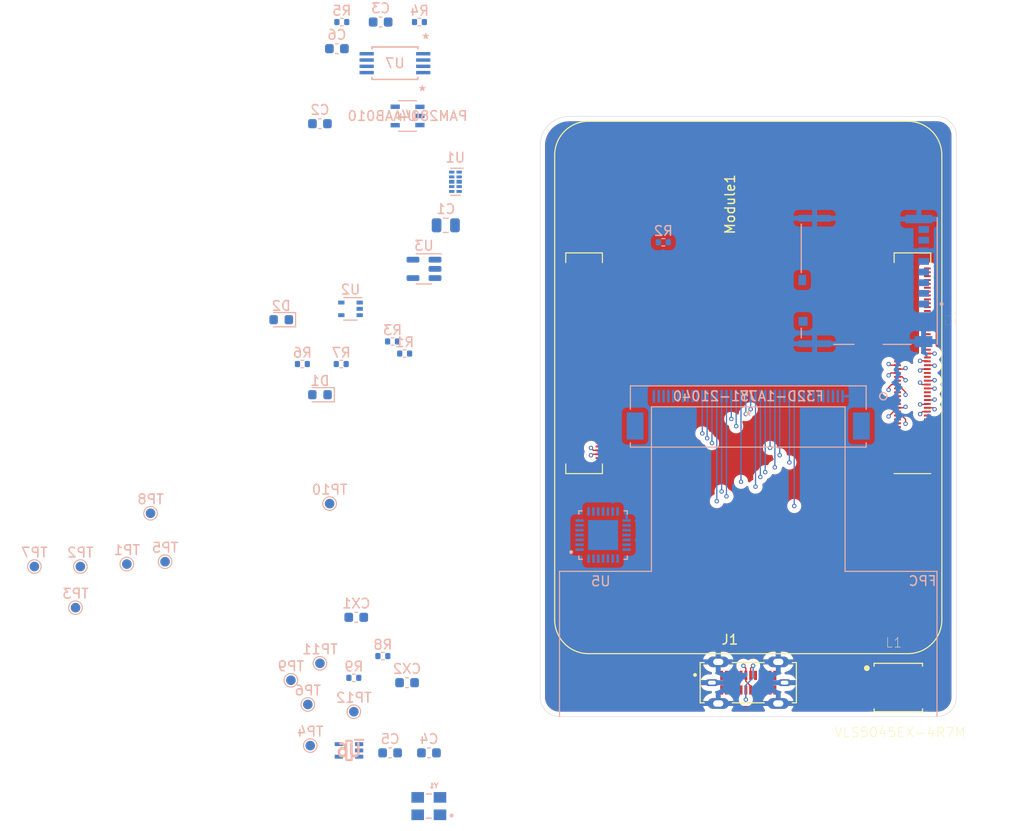
<source format=kicad_pcb>
(kicad_pcb (version 20211014) (generator pcbnew)
  (layers (0 "F.Cu" signal) (1 "In1.Cu" signal) (2 "In2.Cu" signal) (31 "B.Cu" signal) (34 "B.Paste" user) (35 "F.Paste" user) (36 "B.SilkS" user "B.Silkscreen") (37 "F.SilkS" user "F.Silkscreen") (38 "B.Mask" user) (39 "F.Mask" user) (44 "Edge.Cuts" user))
  (net 0 "")
  (net 1 "Net-(D1-Pad1)")
  (net 2 "Net-(D2-Pad1)")
  (net 4 "PI_nLED_Activity")
  (net 16 "USBD_P")
  (net 17 "USBD_N")
  (net 18 "/SD_PWR")
  (net 21 "SCL0")
  (net 22 "SDA0")
  (net 25 "TRD1_N")
  (net 26 "Net-(J1-PadA5)")
  (net 27 "Net-(J1-PadB5)")
  (net 28 "GPIO_VREF")
  (net 29 "SD_DAT2")
  (net 30 "SD_DAT3")
  (net 31 "SD_CMD")
  (net 32 "SD_CLK")
  (net 33 "SD_DAT0")
  (net 34 "SD_DAT1")
  (net 35 "TRD3_P")
  (net 36 "TRD3_N")
  (net 37 "TRD2_N")
  (net 38 "TRD2_P")
  (net 39 "TRD0_P")
  (net 40 "ETH_LEDY")
  (net 41 "ETH_LEDG")
  (net 42 "GPIO6")
  (net 43 "GPIO5")
  (net 44 "ID_SC")
  (net 45 "ID_SD")
  (net 46 "GPIO24")
  (net 47 "GPIO4")
  (net 48 "GPIO3")
  (net 49 "SD_PWR_ON")
  (net 51 "+1.8v")
  (net 52 "RUN_PG")
  (net 53 "AIN1")
  (net 54 "AIN0")
  (net 55 "/GLOBAL_EN")
  (net 56 "nEXTRST")
  (net 57 "USBOTG_ID")
  (net 58 "/PCIE_CLK_nREQ")
  (net 59 "USB2_N")
  (net 60 "USB2_P")
  (net 61 "/PCIE_nRST")
  (net 62 "/PCIE_CLK_P")
  (net 63 "/TV_OUT")
  (net 64 "/PCIE_CLK_N")
  (net 65 "/CAM1_D0_N")
  (net 66 "/PCIE_RX_P")
  (net 67 "/CAM1_D0_P")
  (net 68 "/PCIE_RX_N")
  (net 69 "/CAM1_D1_N")
  (net 70 "/PCIE_TX_P")
  (net 71 "/CAM1_D1_P")
  (net 72 "/PCIE_TX_N")
  (net 73 "/CAM1_C_N")
  (net 74 "/CAM0_D0_N")
  (net 75 "/CAM1_C_P")
  (net 76 "/CAM0_D0_P")
  (net 77 "/CAM1_D2_N")
  (net 78 "/CAM0_D1_N")
  (net 79 "/CAM1_D2_P")
  (net 80 "/CAM0_D1_P")
  (net 81 "/CAM1_D3_N")
  (net 82 "/CAM0_C_N")
  (net 83 "/CAM1_D3_P")
  (net 84 "/CAM0_C_P")
  (net 85 "/HDMI1_HOTPLUG")
  (net 86 "/HDMI1_SDA")
  (net 87 "/HDMI1_D2_P")
  (net 88 "/HDMI1_SCL")
  (net 89 "/HDMI1_D2_N")
  (net 90 "/HDMI1_CEC")
  (net 91 "/HDMI0_CEC")
  (net 92 "/HDMI1_D1_P")
  (net 93 "/HDMI0_HOTPLUG")
  (net 94 "/HDMI1_D1_N")
  (net 95 "/DSI0_D0_N")
  (net 96 "/HDMI1_D0_P")
  (net 97 "/DSI0_D0_P")
  (net 98 "/HDMI1_D0_N")
  (net 99 "/DSI0_D1_N")
  (net 100 "/HDMI1_CK_P")
  (net 101 "/DSI0_D1_P")
  (net 102 "/HDMI1_CK_N")
  (net 103 "/DSI0_C_N")
  (net 104 "/HDMI0_D2_P")
  (net 105 "/DSI0_C_P")
  (net 106 "/HDMI0_D2_N")
  (net 107 "/DSI1_D0_N")
  (net 108 "/HDMI0_D1_P")
  (net 109 "/DSI1_D0_P")
  (net 110 "/HDMI0_D1_N")
  (net 111 "/DSI1_D1_N")
  (net 112 "/HDMI0_D0_P")
  (net 113 "/DSI1_D1_P")
  (net 114 "/HDMI0_D0_N")
  (net 115 "/DSI1_C_N")
  (net 116 "/HDMI0_CK_P")
  (net 117 "/DSI1_C_P")
  (net 118 "/HDMI0_CK_N")
  (net 119 "/DSI1_D2_N")
  (net 120 "/DSI1_D3_N")
  (net 121 "/DSI1_D2_P")
  (net 122 "/DSI1_D3_P")
  (net 123 "/HDMI0_SDA")
  (net 124 "/HDMI0_SCL")
  (net 125 "Net-(R2-Pad2)")
  (net 126 "/nPWR_LED")
  (net 128 "+5V")
  (net 129 "/LED_A")
  (net 130 "Net-(CX1-Pad1)")
  (net 131 "GPIO_26_DAT_CMD")
  (net 132 "GPIO_07_!WRITE")
  (net 133 "GPIO_08_DB0")
  (net 134 "GPIO_09_DB1")
  (net 135 "GPIO_10_DB2")
  (net 136 "GPIO_11_DB3")
  (net 137 "GPIO_12_DB4")
  (net 138 "GPIO_13_DB5")
  (net 139 "GPIO_14_DB6")
  (net 140 "GPIO_15_DB7")
  (net 141 "GPIO_16_DB8")
  (net 142 "GPIO_17_DB9")
  (net 143 "GPIO_18_DB10")
  (net 144 "GPIO_19_DB11")
  (net 145 "GPIO_20_DB12")
  (net 146 "GPIO_21_DB13")
  (net 147 "GPIO_22_DB14")
  (net 148 "GPIO_23_DB15")
  (net 149 "GPIO_27_!RESET")
  (net 150 "GPIO_25_PWM")
  (net 153 "Net-(C4-Pad1)")
  (net 154 "Net-(C5-Pad1)")
  (net 158 "GPIO_02_USB_!RESET")
  (net 159 "/LED_K")
  (net 160 "Net-(L1-Pad1)")
  (net 172 "+3.3V")
  (net 175 "Net-(CX2-Pad1)")
  (net 186 "Net-(R9-Pad1)")
  (net 187 "Net-(TP6-Pad1)")
  (footprint "airball-hardware:MOLEX_2047110001" (layer "F.Cu") (at 21.5 58.5)
    (fp_text reference "J1")
    (fp_text value "2047110001")
  )
  (footprint "airball-hardware:IND_VLS5045EX-4R7M" (layer "F.Cu") (at 37 59)
    (fp_text reference "L1")
    (fp_text value "VLS5045EX-4R7M")
  )
  (footprint "CM4IO:Raspberry-Pi-4-Compute-Module" (layer "F.Cu") (at 38 4 180)
    (fp_text reference "Module1")
    (fp_text value "ComputeModule4")
  )
  (footprint "Resistor_SMD:R_0402_1005Metric" (layer "B.Cu") (at -14 24.5 180)
    (fp_text reference "R1")
    (fp_text value "1k")
  )
  (footprint "TestPoint:TestPoint_Pad_D1.0mm" (layer "B.Cu") (at -23.75 65 180)
    (fp_text reference "TP4")
    (fp_text value "TestPoint")
  )
  (footprint "Resistor_SMD:R_0402_1005Metric" (layer "B.Cu") (at -24.5629 25.58 180)
    (fp_text reference "R6")
    (fp_text value "5.1k")
  )
  (footprint "Resistor_SMD:R_0402_1005Metric" (layer "B.Cu") (at -12.47 -9.75 180)
    (fp_text reference "R4")
    (fp_text value "10k")
  )
  (footprint "TestPoint:TestPoint_Pad_D1.0mm" (layer "B.Cu") (at -42.7 46.25 180)
    (fp_text reference "TP1")
    (fp_text value "TestPoint")
  )
  (footprint "Capacitor_SMD:C_0603_1608Metric" (layer "B.Cu") (at -11.49 65.75 180)
    (fp_text reference "C4")
    (fp_text value "0.1 uF")
  )
  (footprint "airball-hardware:SOT65P210X110-5N" (layer "B.Cu") (at -19.75 65.5 180)
    (fp_text reference "U6")
    (fp_text value "NLVVHC1G04DFT1G" hide)
  )
  (footprint "Capacitor_SMD:C_0603_1608Metric" (layer "B.Cu") (at -22.75 0.75 180)
    (fp_text reference "C2")
    (fp_text value "10 uF")
  )
  (footprint "Capacitor_SMD:C_0603_1608Metric" (layer "B.Cu") (at -15.5 65.75 180)
    (fp_text reference "C5")
    (fp_text value "0.1 uF")
  )
  (footprint "Capacitor_SMD:C_0603_1608Metric" (layer "B.Cu") (at -13.75 58.5 180)
    (fp_text reference "CX2")
    (fp_text value "6 pF")
  )
  (footprint "airball-hardware:QFN50P500X500X100-29N" (layer "B.Cu") (at 6.5 43.25)
    (fp_text reference "U5")
    (fp_text value "USB2412-DZK")
  )
  (footprint "TestPoint:TestPoint_Pad_D1.0mm" (layer "B.Cu") (at -38.75 46 180)
    (fp_text reference "TP5")
    (fp_text value "TestPoint")
  )
  (footprint "Resistor_SMD:R_0402_1005Metric" (layer "B.Cu") (at -16.25 55.75 180)
    (fp_text reference "R8")
    (fp_text value "1 M")
  )
  (footprint "TestPoint:TestPoint_Pad_D1.0mm" (layer "B.Cu") (at -21.75 40 180)
    (fp_text reference "TP10")
    (fp_text value "TestPoint")
  )
  (footprint "airball-hardware:PAM2804AAB010" (layer "B.Cu") (at -13.698125 -0.0475 180)
    (fp_text reference "U4")
    (fp_text value "PAM2804AAB010")
  )
  (footprint "Package_TO_SOT_SMD:SOT-23-5" (layer "B.Cu") (at -12 15.75 180)
    (fp_text reference "U3")
    (fp_text value "RT9742GGJ5")
  )
  (footprint "Package_TO_SOT_SMD:SOT-353_SC-70-5" (layer "B.Cu") (at -19.5929 19.88 180)
    (fp_text reference "U2")
    (fp_text value "74LVC1G07SE-7")
  )
  (footprint "Resistor_SMD:R_0402_1005Metric" (layer "B.Cu") (at -20.5529 25.58 180)
    (fp_text reference "R7")
    (fp_text value "5.1k")
  )
  (footprint "Resistor_SMD:R_0402_1005Metric" (layer "B.Cu") (at -15.25 23.25 180)
    (fp_text reference "R3")
    (fp_text value "12K 1%")
  )
  (footprint "Capacitor_SMD:C_0603_1608Metric" (layer "B.Cu") (at -19 51.75 180)
    (fp_text reference "CX1")
    (fp_text value "6 pF")
  )
  (footprint "Package_SON:USON-10_2.5x1.0mm_P0.5mm" (layer "B.Cu") (at -8.75 6.75 180)
    (fp_text reference "U1")
    (fp_text value "TPD4EUSB30")
  )
  (footprint "LED_SMD:LED_0603_1608Metric" (layer "B.Cu") (at -26.75 21 180)
    (fp_text reference "D2")
    (fp_text value "LED Red")
  )
  (footprint "TestPoint:TestPoint_Pad_D1.0mm" (layer "B.Cu") (at -22.75 56.5 180)
    (fp_text reference "TP11")
    (fp_text value "TestPoint")
  )
  (footprint "TestPoint:TestPoint_Pad_D1.0mm" (layer "B.Cu") (at -40.25 41 180)
    (fp_text reference "TP8")
    (fp_text value "TestPoint")
  )
  (footprint "Capacitor_SMD:C_0805_2012Metric" (layer "B.Cu") (at -9.75 11.25 180)
    (fp_text reference "C1")
    (fp_text value "10u")
  )
  (footprint "TestPoint:TestPoint_Pad_D1.0mm" (layer "B.Cu") (at -47.5 46.5 180)
    (fp_text reference "TP2")
    (fp_text value "TestPoint")
  )
  (footprint "TestPoint:TestPoint_Pad_D1.0mm" (layer "B.Cu") (at -52.25 46.5 180)
    (fp_text reference "TP7")
    (fp_text value "TestPoint")
  )
  (footprint "CM4IO:SDCARD_MOLEX_503398-1892" (layer "B.Cu") (at 34 17 90)
    (fp_text reference "J2")
    (fp_text value "Micro_SD_Card_Det")
  )
  (footprint "airball-hardware:XTAL_ECS-240-8-33-AGN-TR" (layer "B.Cu") (at -11.5 71.25 180)
    (fp_text reference "Y1")
    (fp_text value "ECS-240-8-33-AGN-TR")
  )
  (footprint "Resistor_SMD:R_0402_1005Metric" (layer "B.Cu") (at -19.25 58 180)
    (fp_text reference "R9")
    (fp_text value "12k 1%")
  )
  (footprint "TestPoint:TestPoint_Pad_D1.0mm" (layer "B.Cu") (at -19.25 61.5 180)
    (fp_text reference "TP12")
    (fp_text value "TestPoint")
  )
  (footprint "LED_SMD:LED_0603_1608Metric" (layer "B.Cu") (at -22.75 28.75 180)
    (fp_text reference "D1")
    (fp_text value "LED Green")
  )
  (footprint "TestPoint:TestPoint_Pad_D1.0mm" (layer "B.Cu") (at -24 60.75 180)
    (fp_text reference "TP6")
    (fp_text value "TestPoint")
  )
  (footprint "Capacitor_SMD:C_0603_1608Metric" (layer "B.Cu") (at -21 -7 180)
    (fp_text reference "C6")
    (fp_text value "0.1uF")
  )
  (footprint "airball-hardware:TSSOP_FDW6TP_STM" (layer "B.Cu") (at -15 -5.5 180)
    (fp_text reference "U7")
    (fp_text value "M24M01-DFDW6TP")
  )
  (footprint "Capacitor_SMD:C_0603_1608Metric" (layer "B.Cu") (at -16.48 -9.75 180)
    (fp_text reference "C3")
    (fp_text value "10 uF")
  )
  (footprint "Resistor_SMD:R_0402_1005Metric" (layer "B.Cu") (at 12.724762 13 180)
    (fp_text reference "R2")
    (fp_text value "1k")
  )
  (footprint "Resistor_SMD:R_0402_1005Metric" (layer "B.Cu") (at -20.49 -9.75 180)
    (fp_text reference "R5")
    (fp_text value "1 Ω")
  )
  (footprint "airball-hardware:F32D-1A7Y1-21040" (layer "B.Cu") (at 21.5 31 180)
    (fp_text reference "J5")
    (fp_text value "F32D-1A7Y1-21040")
  )
  (footprint "TestPoint:TestPoint_Pad_D1.0mm" (layer "B.Cu") (at -48 50.75 180)
    (fp_text reference "TP3")
    (fp_text value "TestPoint")
  )
  (footprint "TestPoint:TestPoint_Pad_D1.0mm" (layer "B.Cu") (at -25.75 58.25 180)
    (fp_text reference "TP9")
    (fp_text value "TestPoint")
  )
  (gr_line (start 22.75 59.25) (end 22.75 57.75) (layer "F.Cu") (width 0.2))
  (gr_line (start 20.25 57.75) (end 20.25 59.25) (layer "F.Cu") (width 0.2))
  (gr_line (start 11.5 30) (end 31.5 30) (layer "B.SilkS") (width 0.12))
  (gr_line (start 41 47) (end 41 62) (layer "B.SilkS") (width 0.12))
  (gr_line (start 2 47) (end 11.5 47) (layer "B.SilkS") (width 0.12))
  (gr_line (start 11.5 30) (end 11.5 47) (layer "B.SilkS") (width 0.12))
  (gr_line (start 2 47) (end 2 62) (layer "B.SilkS") (width 0.12))
  (gr_line (start 31.5 47) (end 41 47) (layer "B.SilkS") (width 0.12))
  (gr_line (start 31.5 30) (end 31.5 47) (layer "B.SilkS") (width 0.12))
  (gr_arc (start 41 0) (mid 42.414214 0.585786) (end 43 2) (layer "Edge.Cuts") (width 0.05))
  (gr_arc (start 0 3) (mid 0.87868 0.87868) (end 3 0) (layer "Edge.Cuts") (width 0.05))
  (gr_line (start 41 62) (end 2 62) (layer "Edge.Cuts") (width 0.05))
  (gr_line (start 3 0) (end 41 0) (layer "Edge.Cuts") (width 0.05))
  (gr_line (start 0 60) (end 0 3) (layer "Edge.Cuts") (width 0.05))
  (gr_arc (start 43 60) (mid 42.414214 61.414214) (end 41 62) (layer "Edge.Cuts") (width 0.05))
  (gr_arc (start 2 62) (mid 0.585786 61.414214) (end 0 60) (layer "Edge.Cuts") (width 0.05))
  (gr_line (start 43 2) (end 43 60) (layer "Edge.Cuts") (width 0.05))
  (gr_text "FPC" (at 39.5 48) (layer "B.SilkS") (effects (font (size 1 1)) (justify mirror)))
  (segment (start 20.75 61) (end 20.25 60.5) (width 0.2) (layer "F.Cu") (net 0))
  (segment (start 22.75 60.25) (end 22 61) (width 0.2) (layer "F.Cu") (net 0))
  (segment (start 22 61) (end 20.75 61) (width 0.2) (layer "F.Cu") (net 0))
  (segment (start 21.25 58.35) (end 21.75 58.85) (width 0.13) (layer "F.Cu") (net 16))
  (segment (start 21.25 57) (end 21 56.75) (width 0.13) (layer "F.Cu") (net 16))
  (segment (start 21.75 58.85) (end 21.75 59.255) (width 0.13) (layer "F.Cu") (net 16))
  (segment (start 21.25 57.745) (end 21.25 58.35) (width 0.13) (layer "F.Cu") (net 16))
  (segment (start 21.25 57.745) (end 21.25 57) (width 0.13) (layer "F.Cu") (net 16))
  (via (at 21 56.75) (size 0.45) (drill 0.25) (layers "F.Cu" "B.Cu") (net 16))
  (segment (start 21.75 57) (end 22 56.75) (width 0.13) (layer "F.Cu") (net 17))
  (segment (start 21.25 59.255) (end 21.25 60.25) (width 0.13) (layer "F.Cu") (net 17))
  (segment (start 21.75 57.745) (end 21.75 57) (width 0.13) (layer "F.Cu") (net 17))
  (via (at 22 56.75) (size 0.45) (drill 0.25) (layers "F.Cu" "B.Cu") (net 17))
  (via (at 21.25 60.25) (size 0.45) (drill 0.25) (layers "F.Cu" "B.Cu") (net 17))
  (segment (start 22 58) (end 21.25 58.75) (width 0.13) (layer "B.Cu") (net 17))
  (segment (start 22 56.75) (end 22 58) (width 0.13) (layer "B.Cu") (net 17))
  (segment (start 21.25 58.75) (end 21.25 60.25) (width 0.13) (layer "B.Cu") (net 17))
  (segment (start 5.25 35) (end 5.35 34.9) (width 0.13) (layer "F.Cu") (net 59))
  (segment (start 6.08 34.9) (end 5.35 34.9) (width 0.13) (layer "F.Cu") (net 59))
  (via (at 5.25 35) (size 0.45) (drill 0.25) (layers "F.Cu" "B.Cu") (net 59))
  (segment (start 6.08 34.5) (end 5.5 34.5) (width 0.13) (layer "F.Cu") (net 60))
  (segment (start 5.5 34.5) (end 5.25 34.25) (width 0.13) (layer "F.Cu") (net 60))
  (via (at 5.25 34.25) (size 0.45) (drill 0.25) (layers "F.Cu" "B.Cu") (net 60))
  (segment (start 20.25 60.5) (end 20.25 60.25) (width 0.2) (layer "F.Cu") (net 128))
  (segment (start 37.75 31.29) (end 37.36 30.9) (width 0.13) (layer "F.Cu") (net 131))
  (segment (start 37.75 31.75) (end 37.75 31.29) (width 0.13) (layer "F.Cu") (net 131))
  (segment (start 37.36 30.9) (end 36.92 30.9) (width 0.13) (layer "F.Cu") (net 131))
  (via (at 37.75 31.75) (size 0.45) (drill 0.25) (layers "F.Cu" "B.Cu") (net 131))
  (via (at 26.25 40.25) (size 0.45) (drill 0.25) (layers "F.Cu" "B.Cu") (net 131))
  (segment (start 26.250001 28.9047) (end 26.25 40.25) (width 0.13) (layer "B.Cu") (net 131))
  (segment (start 40.75 28.1195) (end 40.7305 28.1) (width 0.13) (layer "F.Cu") (net 132))
  (segment (start 40.7305 28.1) (end 40 28.1) (width 0.13) (layer "F.Cu") (net 132))
  (via (at 40.75 28.1195) (size 0.45) (drill 0.25) (layers "F.Cu" "B.Cu") (net 132))
  (via (at 25.75 35.75) (size 0.45) (drill 0.25) (layers "F.Cu" "B.Cu") (net 132))
  (segment (start 25.749999 28.9047) (end 25.75 35.75) (width 0.13) (layer "B.Cu") (net 132))
  (segment (start 39.45 27.7) (end 40 27.7) (width 0.13) (layer "F.Cu") (net 133))
  (segment (start 39.25 27.5) (end 39.45 27.7) (width 0.13) (layer "F.Cu") (net 133))
  (via (at 24.75 35) (size 0.45) (drill 0.25) (layers "F.Cu" "B.Cu") (net 133))
  (via (at 39.25 27.5) (size 0.45) (drill 0.25) (layers "F.Cu" "B.Cu") (net 133))
  (segment (start 24.750001 28.9047) (end 24.75 35) (width 0.13) (layer "B.Cu") (net 133))
  (segment (start 36.3 27.7) (end 36.92 27.7) (width 0.13) (layer "F.Cu") (net 134))
  (segment (start 36 28) (end 36.3 27.7) (width 0.13) (layer "F.Cu") (net 134))
  (via (at 24.25 36.25) (size 0.45) (drill 0.25) (layers "F.Cu" "B.Cu") (net 134))
  (via (at 36 28.25) (size 0.45) (drill 0.25) (layers "F.Cu" "B.Cu") (net 134))
  (segment (start 24.25 36.25) (end 24.25 28.9047) (width 0.13) (layer "B.Cu") (net 134))
  (segment (start 37.4 26.9) (end 36.92 26.9) (width 0.13) (layer "F.Cu") (net 135))
  (segment (start 37.75 27.25) (end 37.4 26.9) (width 0.13) (layer "F.Cu") (net 135))
  (via (at 37.75 27.25) (size 0.45) (drill 0.25) (layers "F.Cu" "B.Cu") (net 135))
  (via (at 23.75 34.25) (size 0.45) (drill 0.25) (layers "F.Cu" "B.Cu") (net 135))
  (segment (start 23.750001 28.9047) (end 23.75 34.25) (width 0.13) (layer "B.Cu") (net 135))
  (segment (start 37.36 28.1) (end 36.92 28.1) (width 0.13) (layer "F.Cu") (net 136))
  (segment (start 37.75 28.49) (end 37.36 28.1) (width 0.13) (layer "F.Cu") (net 136))
  (segment (start 37.75 28.75) (end 37.75 28.49) (width 0.13) (layer "F.Cu") (net 136))
  (via (at 23.25 36.75) (size 0.45) (drill 0.25) (layers "F.Cu" "B.Cu") (net 136))
  (via (at 37.75 28.75) (size 0.45) (drill 0.25) (layers "F.Cu" "B.Cu") (net 136))
  (segment (start 23.249999 28.9047) (end 23.25 36.75) (width 0.13) (layer "B.Cu") (net 136))
  (segment (start 40.7 29.3) (end 40 29.3) (width 0.13) (layer "F.Cu") (net 137))
  (segment (start 40.75 29.25) (end 40.7 29.3) (width 0.13) (layer "F.Cu") (net 137))
  (via (at 22.75 37.25) (size 0.45) (drill 0.25) (layers "F.Cu" "B.Cu") (net 137))
  (via (at 40.75 29.25) (size 0.45) (drill 0.25) (layers "F.Cu" "B.Cu") (net 137))
  (segment (start 22.75 37.25) (end 22.75 28.9047) (width 0.13) (layer "B.Cu") (net 137))
  (segment (start 37.75 30) (end 37.65 30.1) (width 0.13) (layer "F.Cu") (net 138))
  (segment (start 37.65 30.1) (end 36.92 30.1) (width 0.13) (layer "F.Cu") (net 138))
  (via (at 22.25 38.25) (size 0.45) (drill 0.25) (layers "F.Cu" "B.Cu") (net 138))
  (via (at 37.75 30) (size 0.45) (drill 0.25) (layers "F.Cu" "B.Cu") (net 138))
  (segment (start 22.250001 28.9047) (end 22.25 38.25) (width 0.13) (layer "B.Cu") (net 138))
  (segment (start 40.75 24.5) (end 40 24.5) (width 0.13) (layer "F.Cu") (net 139))
  (via (at 21.75 30.25) (size 0.45) (drill 0.25) (layers "F.Cu" "B.Cu") (net 139))
  (via (at 40.75 24.5) (size 0.45) (drill 0.25) (layers "F.Cu" "B.Cu") (net 139))
  (segment (start 21.75 28.9047) (end 21.75 30.25) (width 0.13) (layer "B.Cu") (net 139))
  (segment (start 39.25 25.25) (end 39.95 25.25) (width 0.13) (layer "F.Cu") (net 140))
  (segment (start 39.95 25.25) (end 40 25.3) (width 0.13) (layer "F.Cu") (net 140))
  (via (at 39.25 25.25) (size 0.45) (drill 0.25) (layers "F.Cu" "B.Cu") (net 140))
  (via (at 21.25 30.75) (size 0.45) (drill 0.25) (layers "F.Cu" "B.Cu") (net 140))
  (segment (start 21.25 28.9047) (end 21.25 30.75) (width 0.13) (layer "B.Cu") (net 140))
  (segment (start 39.95 29.75) (end 40 29.7) (width 0.13) (layer "F.Cu") (net 141))
  (segment (start 39.25 29.75) (end 39.95 29.75) (width 0.13) (layer "F.Cu") (net 141))
  (via (at 39.25 29.75) (size 0.45) (drill 0.25) (layers "F.Cu" "B.Cu") (net 141))
  (via (at 20.75 37.75) (size 0.45) (drill 0.25) (layers "F.Cu" "B.Cu") (net 141))
  (segment (start 20.75 37.75) (end 20.749999 28.9047) (width 0.13) (layer "B.Cu") (net 141))
  (segment (start 36 25.5805) (end 36.003973 25.5805) (width 0.13) (layer "F.Cu") (net 142))
  (segment (start 36.003973 25.5805) (end 36.123473 25.7) (width 0.13) (layer "F.Cu") (net 142))
  (segment (start 36.123473 25.7) (end 36.92 25.7) (width 0.13) (layer "F.Cu") (net 142))
  (via (at 20.25 32) (size 0.45) (drill 0.25) (layers "F.Cu" "B.Cu") (net 142))
  (via (at 36 25.5805) (size 0.45) (drill 0.25) (layers "F.Cu" "B.Cu") (net 142))
  (segment (start 20.25 28.9047) (end 20.25 32) (width 0.13) (layer "B.Cu") (net 142))
  (segment (start 40.7 25.7) (end 40 25.7) (width 0.13) (layer "F.Cu") (net 143))
  (segment (start 40.75 25.75) (end 40.7 25.7) (width 0.13) (layer "F.Cu") (net 143))
  (via (at 40.75 25.75) (size 0.45) (drill 0.25) (layers "F.Cu" "B.Cu") (net 143))
  (via (at 19.75 31.25) (size 0.45) (drill 0.25) (layers "F.Cu" "B.Cu") (net 143))
  (segment (start 19.750001 28.9047) (end 19.75 31.25) (width 0.13) (layer "B.Cu") (net 143))
  (segment (start 36.5 30.5) (end 36.92 30.5) (width 0.13) (layer "F.Cu") (net 144))
  (segment (start 36 31) (end 36.5 30.5) (width 0.13) (layer "F.Cu") (net 144))
  (via (at 36 31) (size 0.45) (drill 0.25) (layers "F.Cu" "B.Cu") (net 144))
  (via (at 19.25 39.25) (size 0.45) (drill 0.25) (layers "F.Cu" "B.Cu") (net 144))
  (segment (start 19.249999 28.9047) (end 19.25 39.25) (width 0.13) (layer "B.Cu") (net 144))
  (segment (start 40.6 30.1) (end 40 30.1) (width 0.13) (layer "F.Cu") (net 145))
  (segment (start 40.75 30.25) (end 40.6 30.1) (width 0.13) (layer "F.Cu") (net 145))
  (via (at 40.75 30.25) (size 0.45) (drill 0.25) (layers "F.Cu" "B.Cu") (net 145))
  (via (at 18.75 38.75) (size 0.45) (drill 0.25) (layers "F.Cu" "B.Cu") (net 145))
  (segment (start 18.75 28.9047) (end 18.75 38.75) (width 0.13) (layer "B.Cu") (net 145))
  (segment (start 39.25 30.75) (end 39.5 30.5) (width 0.13) (layer "F.Cu") (net 146))
  (segment (start 39.5 30.5) (end 40 30.5) (width 0.13) (layer "F.Cu") (net 146))
  (via (at 18.25 39.75) (size 0.45) (drill 0.25) (layers "F.Cu" "B.Cu") (net 146))
  (via (at 39.25 30.75) (size 0.45) (drill 0.25) (layers "F.Cu" "B.Cu") (net 146))
  (segment (start 18.249999 28.9047) (end 18.25 39.75) (width 0.13) (layer "B.Cu") (net 146))
  (segment (start 36.252315 26.5) (end 36.92 26.5) (width 0.13) (layer "F.Cu") (net 147))
  (segment (start 36.002315 26.75) (end 36.252315 26.5) (width 0.13) (layer "F.Cu") (net 147))
  (via (at 17.75 33.75) (size 0.45) (drill 0.25) (layers "F.Cu" "B.Cu") (net 147))
  (via (at 36.002315 26.75) (size 0.45) (drill 0.25) (layers "F.Cu" "B.Cu") (net 147))
  (segment (start 17.75 33.75) (end 17.75 28.9047) (width 0.13) (layer "B.Cu") (net 147))
  (segment (start 39.25 26.25) (end 39.4 26.1) (width 0.13) (layer "F.Cu") (net 148))
  (segment (start 39.4 26.1) (end 40 26.1) (width 0.13) (layer "F.Cu") (net 148))
  (via (at 17.25 33.25) (size 0.45) (drill 0.25) (layers "F.Cu" "B.Cu") (net 148))
  (via (at 39.25 26.25) (size 0.45) (drill 0.25) (layers "F.Cu" "B.Cu") (net 148))
  (segment (start 17.250001 28.9047) (end 17.25 33.25) (width 0.13) (layer "B.Cu") (net 148))
  (segment (start 37.75 26) (end 37.65 26.1) (width 0.13) (layer "F.Cu") (net 149))
  (segment (start 37.65 26.1) (end 36.92 26.1) (width 0.13) (layer "F.Cu") (net 149))
  (via (at 37.75 26) (size 0.45) (drill 0.25) (layers "F.Cu" "B.Cu") (net 149))
  (via (at 16.75 32.75) (size 0.45) (drill 0.25) (layers "F.Cu" "B.Cu") (net 149))
  (segment (start 16.749999 28.9047) (end 16.75 32.75) (width 0.13) (layer "B.Cu") (net 149))
  (segment (start 40.7 27.3) (end 40 27.3) (width 0.13) (layer "F.Cu") (net 150))
  (segment (start 40.75 27.25) (end 40.7 27.3) (width 0.13) (layer "F.Cu") (net 150))
  (via (at 40.75 27.25) (size 0.45) (drill 0.25) (layers "F.Cu" "B.Cu") (net 150))
  (zone (net 25) (net_name "TRD1_N") (layers F&B.Cu) (connect_pads (clearance 0.508)) (min_thickness 0.254) (fill yes (thermal_gap 0.508) (thermal_bridge_width 0.508))
    (polygon (pts (xy 50 70) (xy -5 70) (xy -5 -5) (xy 50 -5)))
  )
)
</source>
